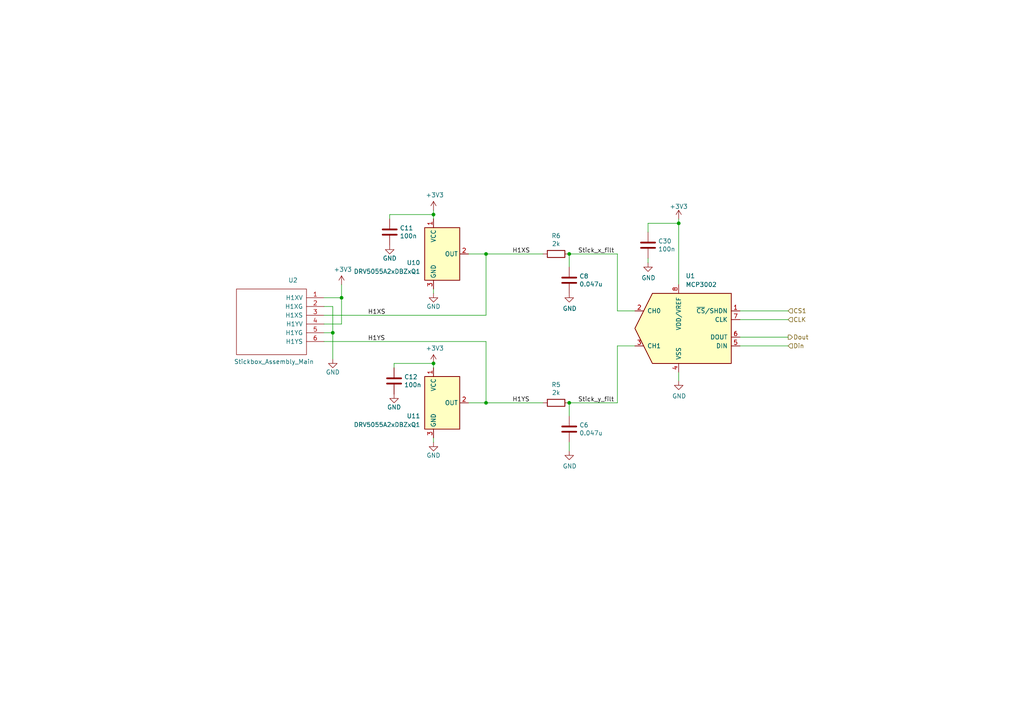
<source format=kicad_sch>
(kicad_sch (version 20211123) (generator eeschema)
  (paper "A4")
  (title_block (title "PHORAE") (rev "A"))
  (lib_symbols
    (symbol "Analog_ADC:MCP3002" (pin_names (offset 1.016))
      (property "Reference" "U" (at -6.35 11.43 0))
      (property "Value" "MCP3002" (at 11.43 11.43 0))
      (symbol "MCP3002_0_1"
        (polyline (pts (xy 15.24 10.16) (xy -7.62 10.16) (xy -12.7 0) (xy -7.62 -10.16) (xy 15.24 -10.16) (xy 15.24 10.16)) (stroke (width 0.254)) (fill (type background)))
      )
      (symbol "MCP3002_1_1"
        (pin input line (at 17.78 5.08 180) (length 2.54) (name "~{CS}/SHDN") (number "1"))
        (pin passive line (at -12.7 5.08 0) (length 2.54) (name "CH0") (number "2"))
        (pin passive line (at -12.7 -5.08 0) (length 2.54) (name "CH1") (number "3"))
        (pin power_in line (at 0 -12.7 90) (length 2.54) (name "VSS") (number "4"))
        (pin input line (at 17.78 -5.08 180) (length 2.54) (name "DIN") (number "5"))
        (pin output line (at 17.78 -2.54 180) (length 2.54) (name "DOUT") (number "6"))
        (pin input line (at 17.78 2.54 180) (length 2.54) (name "CLK") (number "7"))
        (pin power_in line (at 0 12.7 270) (length 2.54) (name "VDD/VREF") (number "8"))
      )
    )
    (symbol "Device:C" (pin_numbers hide) (pin_names (offset 0.254))
      (property "Reference" "C" (at 0.635 2.54 0))
      (property "Value" "C" (at 0.635 -2.54 0))
      (symbol "C_0_1"
        (polyline (pts (xy -2.032 -0.762) (xy 2.032 -0.762)) (stroke (width 0.508)))
        (polyline (pts (xy -2.032 0.762) (xy 2.032 0.762)) (stroke (width 0.508)))
      )
      (symbol "C_1_1"
        (pin passive line (at 0 3.81 270) (length 2.794) (name "~") (number "1"))
        (pin passive line (at 0 -3.81 90) (length 2.794) (name "~") (number "2"))
      )
    )
    (symbol "Device:R" (pin_numbers hide) (pin_names (offset 0))
      (property "Reference" "R" (at 2.032 0 90))
      (property "Value" "R" (at 0 0 90))
      (symbol "R_0_1"
        (rectangle (start -1.016 -2.54) (end 1.016 2.54) (stroke (width 0.254)))
      )
      (symbol "R_1_1"
        (pin passive line (at 0 3.81 270) (length 1.27) (name "~") (number "1"))
        (pin passive line (at 0 -3.81 90) (length 1.27) (name "~") (number "2"))
      )
    )
    (symbol "GCC:+3.3V" (power) (pin_names (offset 0))
      (property "Value" "+3.3V" (at 0 3.556 0))
      (symbol "+3.3V_0_1"
        (polyline (pts (xy -0.762 1.27) (xy 0 2.54)))
        (polyline (pts (xy 0 0) (xy 0 2.54)))
        (polyline (pts (xy 0 2.54) (xy 0.762 1.27)))
      )
      (symbol "+3.3V_1_1"
        (pin power_in line (at 0 0 90) (length 0) hide (name "+3V3") (number "1"))
      )
    )
    (symbol "GCC:Gamecube-MB-rescue_Stickbox_Assembly-Gamecube_MB" (pin_names (offset 1.016))
      (property "Reference" "U2" (at 2.54 2.54 0))
      (property "Value" "Stickbox_Assembly_Main" (at -11.43 -21.59 0))
      (symbol "Gamecube-MB-rescue_Stickbox_Assembly-Gamecube_MB_0_0"
        (pin unspecified line (at -5.08 -2.54 0) (length 5.08) (name "H1XV") (number "1"))
        (pin unspecified line (at -5.08 -5.08 0) (length 5.08) (name "H1XG") (number "2"))
        (pin unspecified line (at -5.08 -7.62 0) (length 5.08) (name "H1XS") (number "3"))
        (pin unspecified line (at -5.08 -10.16 0) (length 5.08) (name "H1YV") (number "4"))
        (pin unspecified line (at -5.08 -12.7 0) (length 5.08) (name "H1YG") (number "5"))
        (pin unspecified line (at -5.08 -15.24 0) (length 5.08) (name "H1YS") (number "6"))
      )
      (symbol "Gamecube-MB-rescue_Stickbox_Assembly-Gamecube_MB_0_1"
        (rectangle (start 0 0) (end 20.32 -19.05))
      )
    )
    (symbol "Sensor_Magnetic:DRV5055A2xDBZxQ1"
      (property "Reference" "U" (at 2.54 12.7 0))
      (property "Value" "DRV5055A2xDBZxQ1" (at 2.54 10.16 0))
      (symbol "DRV5055A2xDBZxQ1_1_1"
        (rectangle (start -5.08 7.62) (end 5.08 -7.62) (stroke (width 0.254)) (fill (type background)))
        (pin power_in line (at -2.54 10.16 270) (length 2.54) (name "VCC") (number "1"))
        (pin output line (at 7.62 0 180) (length 2.54) (name "OUT") (number "2"))
        (pin power_in line (at -2.54 -10.16 90) (length 2.54) (name "GND") (number "3"))
      )
    )
    (symbol "power:+3V3" (power) (pin_names (offset 0))
      (property "Value" "+3V3" (at 0 3.556 0))
      (symbol "+3V3_0_1"
        (polyline (pts (xy -0.762 1.27) (xy 0 2.54)))
        (polyline (pts (xy 0 0) (xy 0 2.54)))
        (polyline (pts (xy 0 2.54) (xy 0.762 1.27)))
      )
      (symbol "+3V3_1_1"
        (pin power_in line (at 0 0 90) (length 0) hide (name "+3V3") (number "1"))
      )
    )
    (symbol "power:GND" (power) (pin_names (offset 0))
      (property "Value" "GND" (at 0 -3.81 0))
      (symbol "GND_0_1"
        (polyline (pts (xy 0 0) (xy 0 -1.27) (xy 1.27 -1.27) (xy 0 -2.54) (xy -1.27 -1.27) (xy 0 -1.27)))
      )
      (symbol "GND_1_1"
        (pin power_in line (at 0 0 270) (length 0) hide (name "GND") (number "1"))
      )
    )
  )
  (junction (at 165.1 116.84))
  (junction (at 125.73 62.23))
  (junction (at 165.1 73.66))
  (junction (at 196.85 64.77))
  (junction (at 140.97 116.84))
  (junction (at 96.52 96.52))
  (junction (at 125.73 105.41))
  (junction (at 99.06 86.36))
  (junction (at 140.97 73.66))
  (wire (pts (xy 99.06 82.55) (xy 99.06 86.36)))
  (wire (pts (xy 125.73 105.41) (xy 125.73 106.68)))
  (wire (pts (xy 214.63 90.17) (xy 228.6 90.17)))
  (wire (pts (xy 165.1 116.84) (xy 179.07 116.84)))
  (wire (pts (xy 196.85 107.95) (xy 196.85 110.49)))
  (wire (pts (xy 93.98 93.98) (xy 99.06 93.98)))
  (wire (pts (xy 113.03 63.5) (xy 113.03 62.23)))
  (wire (pts (xy 114.3 106.68) (xy 114.3 105.41)))
  (wire (pts (xy 125.73 60.96) (xy 125.73 62.23)))
  (wire (pts (xy 165.1 73.66) (xy 179.07 73.66)))
  (wire (pts (xy 114.3 105.41) (xy 125.73 105.41)))
  (wire (pts (xy 187.96 67.31) (xy 187.96 64.77)))
  (wire (pts (xy 125.73 83.82) (xy 125.73 85.09)))
  (wire (pts (xy 125.73 62.23) (xy 125.73 63.5)))
  (wire (pts (xy 99.06 86.36) (xy 99.06 93.98)))
  (wire (pts (xy 96.52 88.9) (xy 96.52 96.52)))
  (wire (pts (xy 179.07 73.66) (xy 179.07 90.17)))
  (wire (pts (xy 165.1 116.84) (xy 165.1 120.65)))
  (wire (pts (xy 140.97 116.84) (xy 157.48 116.84)))
  (wire (pts (xy 135.89 73.66) (xy 140.97 73.66)))
  (wire (pts (xy 165.1 128.27) (xy 165.1 130.81)))
  (wire (pts (xy 140.97 99.06) (xy 140.97 116.84)))
  (wire (pts (xy 135.89 116.84) (xy 140.97 116.84)))
  (wire (pts (xy 93.98 99.06) (xy 140.97 99.06)))
  (wire (pts (xy 113.03 62.23) (xy 125.73 62.23)))
  (wire (pts (xy 196.85 63.5) (xy 196.85 64.77)))
  (wire (pts (xy 140.97 73.66) (xy 140.97 91.44)))
  (wire (pts (xy 179.07 116.84) (xy 179.07 100.33)))
  (wire (pts (xy 214.63 97.79) (xy 228.6 97.79)))
  (wire (pts (xy 187.96 74.93) (xy 187.96 76.2)))
  (wire (pts (xy 196.85 64.77) (xy 196.85 82.55)))
  (wire (pts (xy 125.73 127) (xy 125.73 128.27)))
  (wire (pts (xy 93.98 88.9) (xy 96.52 88.9)))
  (wire (pts (xy 140.97 73.66) (xy 157.48 73.66)))
  (wire (pts (xy 179.07 90.17) (xy 184.15 90.17)))
  (wire (pts (xy 96.52 96.52) (xy 96.52 104.14)))
  (wire (pts (xy 93.98 96.52) (xy 96.52 96.52)))
  (wire (pts (xy 93.98 91.44) (xy 140.97 91.44)))
  (wire (pts (xy 214.63 92.71) (xy 228.6 92.71)))
  (wire (pts (xy 165.1 73.66) (xy 165.1 77.47)))
  (wire (pts (xy 187.96 64.77) (xy 196.85 64.77)))
  (wire (pts (xy 93.98 86.36) (xy 99.06 86.36)))
  (wire (pts (xy 179.07 100.33) (xy 184.15 100.33)))
  (wire (pts (xy 214.63 100.33) (xy 228.6 100.33)))
  (label "Stick_x_filt" (at 167.64 73.66 0))
  (label "H1YS" (at 106.68 99.06 0))
  (label "H1XS" (at 106.68 91.44 0))
  (label "H1YS" (at 148.59 116.84 0))
  (label "Stick_y_filt" (at 167.64 116.84 0))
  (label "H1XS" (at 148.59 73.66 0))
  (hierarchical_label "Din" (shape input) (at 228.6 100.33 0))
  (hierarchical_label "CLK" (shape input) (at 228.6 92.71 0))
  (hierarchical_label "Dout" (shape output) (at 228.6 97.79 0))
  (hierarchical_label "CS1" (shape input) (at 228.6 90.17 0))
  (symbol (lib_id "power:+3V3") (at 125.73 60.96 0) (unit 1)
    (property "Reference" "#PWR049" (effects hide))
    (property "Value" "+3V3" (at 126.111 56.5658 0))
  )
  (symbol (lib_id "Analog_ADC:MCP3002") (at 196.85 95.25 0) (unit 1)
    (property "Reference" "U1" (at 198.8694 80.01 0) (effects (justify left)))
    (property "Value" "MCP3002" (at 198.8694 82.55 0) (effects (justify left)))
    (property "Footprint" "PhobGCC_2_0_0_footprints:SOIC-8_3.9x4.9mm_P1.27mm" (effects hide))
    (property "Datasheet" "http://ww1.microchip.com/downloads/en/DeviceDoc/21294E.pdf" (effects hide))
  )
  (symbol (lib_id "power:+3V3") (at 125.73 105.41 0) (unit 1)
    (property "Reference" "#PWR051" (effects hide))
    (property "Value" "+3V3" (at 126.111 101.0158 0))
  )
  (symbol (lib_id "Device:C") (at 165.1 81.28 0) (unit 1)
    (property "Reference" "C8" (at 168.021 80.1116 0) (effects (justify left)))
    (property "Value" "0.047u" (at 168.021 82.423 0) (effects (justify left)))
    (property "Footprint" "PhobGCC_2_0_0_footprints:C_0603_HandSoldering" (effects hide))
    (property "LCSC" "C1622" (effects hide))
  )
  (symbol (lib_id "Sensor_Magnetic:DRV5055A2xDBZxQ1") (at 128.27 73.66 0) (unit 1)
    (property "Reference" "U10" (at 121.92 76.2 0) (effects (justify right)))
    (property "Value" "DRV5055A2xDBZxQ1" (at 121.92 78.74 0) (effects (justify right)))
    (property "Footprint" "PhobGCC_2_0_0_footprints:SOT-23" (effects hide))
    (property "Datasheet" "https://www.ti.com/lit/ds/symlink/drv5055-q1.pdf" (effects hide))
  )
  (symbol (lib_id "power:+3V3") (at 99.06 82.55 0) (unit 1)
    (property "Reference" "#PWR048" (effects hide))
    (property "Value" "+3V3" (at 99.441 78.1558 0))
  )
  (symbol (lib_id "Device:C") (at 187.96 71.12 0) (unit 1)
    (property "Reference" "C30" (at 190.881 69.9516 0) (effects (justify left)))
    (property "Value" "100n" (at 190.881 72.263 0) (effects (justify left)))
    (property "Footprint" "PhobGCC_2_0_0_footprints:C_0402_1005Metric" (effects hide))
  )
  (symbol (lib_id "Sensor_Magnetic:DRV5055A2xDBZxQ1") (at 128.27 116.84 0) (unit 1)
    (property "Reference" "U11" (at 121.92 120.65 0) (effects (justify right)))
    (property "Value" "DRV5055A2xDBZxQ1" (at 121.92 123.19 0) (effects (justify right)))
    (property "Footprint" "PhobGCC_2_0_0_footprints:SOT-23" (effects hide))
    (property "Datasheet" "https://www.ti.com/lit/ds/symlink/drv5055-q1.pdf" (effects hide))
  )
  (symbol (lib_id "power:GND") (at 96.52 104.14 0) (unit 1)
    (property "Reference" "#PWR047" (effects hide))
    (property "Value" "GND" (at 96.52 107.95 0))
  )
  (symbol (lib_id "GCC:Gamecube-MB-rescue_Stickbox_Assembly-Gamecube_MB") (at 88.9 83.82 0) (mirror y) (unit 1)
    (property "Reference" "U2" (at 86.36 81.28 0) (effects (justify left)))
    (property "Value" "Stickbox_Assembly_Main" (at 91.059 104.902 0) (effects (justify left)))
    (property "Footprint" "PhobGCC_2_0_0_footprints:GCC_Stickbox_Hall_Only" (effects hide))
  )
  (symbol (lib_id "power:GND") (at 125.73 85.09 0) (unit 1)
    (property "Reference" "#PWR050" (effects hide))
    (property "Value" "GND" (at 125.73 88.9 0))
  )
  (symbol (lib_id "power:GND") (at 125.73 128.27 0) (unit 1)
    (property "Reference" "#PWR052" (effects hide))
    (property "Value" "GND" (at 125.73 132.08 0))
  )
  (symbol (lib_id "Device:C") (at 165.1 124.46 0) (unit 1)
    (property "Reference" "C6" (at 168.021 123.2916 0) (effects (justify left)))
    (property "Value" "0.047u" (at 168.021 125.603 0) (effects (justify left)))
    (property "Footprint" "PhobGCC_2_0_0_footprints:C_0603_HandSoldering" (effects hide))
    (property "LCSC" "C1622" (effects hide))
  )
  (symbol (lib_id "power:GND") (at 165.1 85.09 0) (unit 1)
    (property "Reference" "#PWR053" (effects hide))
    (property "Value" "GND" (at 165.227 89.4842 0))
  )
  (symbol (lib_id "power:GND") (at 165.1 130.81 0) (unit 1)
    (property "Reference" "#PWR054" (effects hide))
    (property "Value" "GND" (at 165.227 135.2042 0))
  )
  (symbol (lib_id "power:GND") (at 196.85 110.49 0) (unit 1)
    (property "Reference" "#PWR056" (effects hide))
    (property "Value" "GND" (at 196.977 114.8842 0))
  )
  (symbol (lib_id "Device:C") (at 114.3 110.49 0) (unit 1)
    (property "Reference" "C12" (at 117.221 109.3216 0) (effects (justify left)))
    (property "Value" "100n" (at 117.221 111.633 0) (effects (justify left)))
    (property "Footprint" "Capacitor_SMD:C_0603_1608Metric" (effects hide))
  )
  (symbol (lib_id "GCC:+3.3V") (at 196.85 63.5 0) (unit 1)
    (property "Reference" "#PWR055" (effects hide))
    (property "Value" "+3.3V" (at 196.85 59.8955 0))
  )
  (symbol (lib_id "power:GND") (at 114.3 114.3 0) (unit 1)
    (property "Reference" "#PWR033" (effects hide))
    (property "Value" "GND" (at 114.3 118.11 0))
  )
  (symbol (lib_id "power:GND") (at 187.96 76.2 0) (unit 1)
    (property "Reference" "#PWR0101" (effects hide))
    (property "Value" "GND" (at 188.087 80.5942 0))
  )
  (symbol (lib_id "Device:C") (at 113.03 67.31 0) (unit 1)
    (property "Reference" "C11" (at 115.951 66.1416 0) (effects (justify left)))
    (property "Value" "100n" (at 115.951 68.453 0) (effects (justify left)))
    (property "Footprint" "Capacitor_SMD:C_0603_1608Metric" (effects hide))
  )
  (symbol (lib_id "Device:R") (at 161.29 73.66 270) (unit 1)
    (property "Reference" "R6" (at 161.29 68.4022 90))
    (property "Value" "2k" (at 161.29 70.7136 90))
    (property "Footprint" "PhobGCC_2_0_0_footprints:R_0603_1608Metric_Pad0.98x0.95mm_HandSolder" (effects hide))
    (property "LCSC" "C22975" (effects hide))
  )
  (symbol (lib_id "power:GND") (at 113.03 71.12 0) (unit 1)
    (property "Reference" "#PWR024" (effects hide))
    (property "Value" "GND" (at 113.03 74.93 0))
  )
  (symbol (lib_id "Device:R") (at 161.29 116.84 270) (unit 1)
    (property "Reference" "R5" (at 161.29 111.5822 90))
    (property "Value" "2k" (at 161.29 113.8936 90))
    (property "Footprint" "PhobGCC_2_0_0_footprints:R_0603_1608Metric_Pad0.98x0.95mm_HandSolder" (effects hide))
    (property "LCSC" "C22975" (effects hide))
  )
)
</source>
